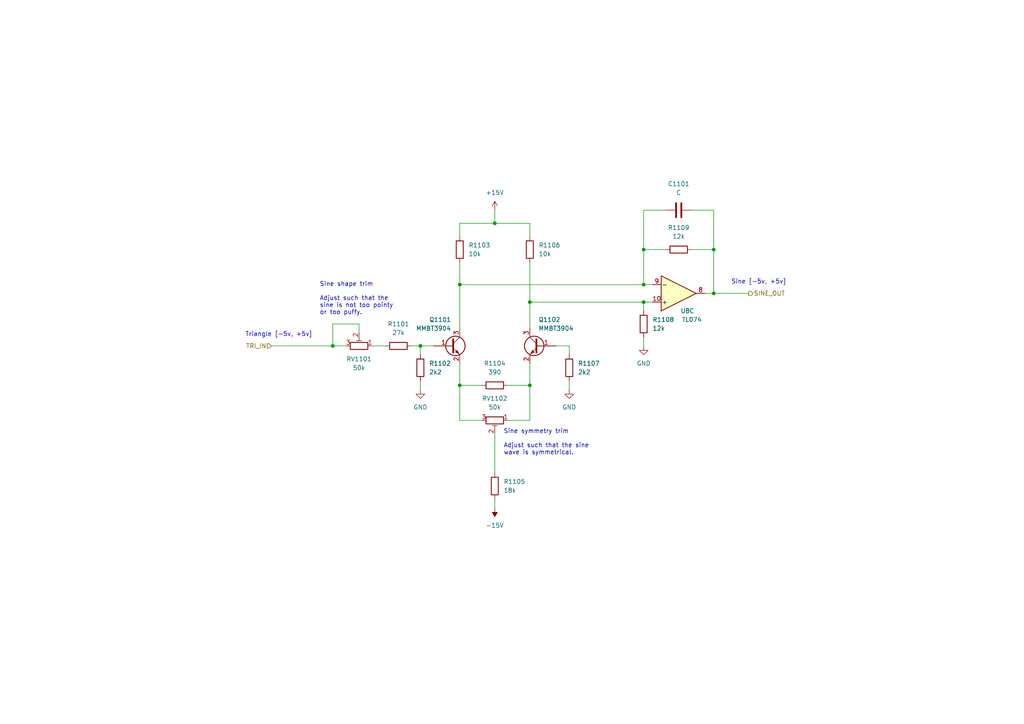
<source format=kicad_sch>
(kicad_sch (version 20211123) (generator eeschema)
  (paper "A4")
  (title_block (title "Josh Ox Ribon Synth Main VCO board") (date "2022-06-18") (rev "0") (comment 2 "creativecommons.org/licences/by/4.0") (comment 3 "license: CC by 4.0") (comment 4 "Author: Jordan Acete"))
  (lib_symbols
    (symbol "Amplifier_Operational:TL074" (pin_names (offset 0.127))
      (property "Reference" "U" (at 0 5.08 0))
      (property "Value" "TL074" (at 0 -5.08 0))
      (symbol "TL074_1_1"
        (polyline (pts (xy -5.08 5.08) (xy 5.08 0) (xy -5.08 -5.08) (xy -5.08 5.08)) (stroke (width 0.254)) (fill (type background)))
        (pin output line (at 7.62 0 180) (length 2.54) (name "~") (number "1"))
        (pin input line (at -7.62 -2.54 0) (length 2.54) (name "-") (number "2"))
        (pin input line (at -7.62 2.54 0) (length 2.54) (name "+") (number "3"))
      )
      (symbol "TL074_2_1"
        (polyline (pts (xy -5.08 5.08) (xy 5.08 0) (xy -5.08 -5.08) (xy -5.08 5.08)) (stroke (width 0.254)) (fill (type background)))
        (pin input line (at -7.62 2.54 0) (length 2.54) (name "+") (number "5"))
        (pin input line (at -7.62 -2.54 0) (length 2.54) (name "-") (number "6"))
        (pin output line (at 7.62 0 180) (length 2.54) (name "~") (number "7"))
      )
      (symbol "TL074_3_1"
        (polyline (pts (xy -5.08 5.08) (xy 5.08 0) (xy -5.08 -5.08) (xy -5.08 5.08)) (stroke (width 0.254)) (fill (type background)))
        (pin input line (at -7.62 2.54 0) (length 2.54) (name "+") (number "10"))
        (pin output line (at 7.62 0 180) (length 2.54) (name "~") (number "8"))
        (pin input line (at -7.62 -2.54 0) (length 2.54) (name "-") (number "9"))
      )
      (symbol "TL074_4_1"
        (polyline (pts (xy -5.08 5.08) (xy 5.08 0) (xy -5.08 -5.08) (xy -5.08 5.08)) (stroke (width 0.254)) (fill (type background)))
        (pin input line (at -7.62 2.54 0) (length 2.54) (name "+") (number "12"))
        (pin input line (at -7.62 -2.54 0) (length 2.54) (name "-") (number "13"))
        (pin output line (at 7.62 0 180) (length 2.54) (name "~") (number "14"))
      )
      (symbol "TL074_5_1"
        (pin power_in line (at -2.54 -7.62 90) (length 3.81) (name "V-") (number "11"))
        (pin power_in line (at -2.54 7.62 270) (length 3.81) (name "V+") (number "4"))
      )
    )
    (symbol "Device:C" (pin_numbers hide) (pin_names (offset 0.254))
      (property "Reference" "C" (at 0.635 2.54 0))
      (property "Value" "C" (at 0.635 -2.54 0))
      (symbol "C_0_1"
        (polyline (pts (xy -2.032 -0.762) (xy 2.032 -0.762)) (stroke (width 0.508)))
        (polyline (pts (xy -2.032 0.762) (xy 2.032 0.762)) (stroke (width 0.508)))
      )
      (symbol "C_1_1"
        (pin passive line (at 0 3.81 270) (length 2.794) (name "~") (number "1"))
        (pin passive line (at 0 -3.81 90) (length 2.794) (name "~") (number "2"))
      )
    )
    (symbol "Device:R" (pin_numbers hide) (pin_names (offset 0))
      (property "Reference" "R" (at 2.032 0 90))
      (property "Value" "R" (at 0 0 90))
      (symbol "R_0_1"
        (rectangle (start -1.016 -2.54) (end 1.016 2.54) (stroke (width 0.254)))
      )
      (symbol "R_1_1"
        (pin passive line (at 0 3.81 270) (length 1.27) (name "~") (number "1"))
        (pin passive line (at 0 -3.81 90) (length 1.27) (name "~") (number "2"))
      )
    )
    (symbol "Device:R_Potentiometer_Trim" (pin_names (offset 1.016) hide)
      (property "Reference" "RV" (at -4.445 0 90))
      (property "Value" "R_Potentiometer_Trim" (at -2.54 0 90))
      (symbol "R_Potentiometer_Trim_0_1"
        (polyline (pts (xy 1.524 0.762) (xy 1.524 -0.762)))
        (polyline (pts (xy 2.54 0) (xy 1.524 0)))
        (rectangle (start 1.016 2.54) (end -1.016 -2.54) (stroke (width 0.254)))
      )
      (symbol "R_Potentiometer_Trim_1_1"
        (pin passive line (at 0 3.81 270) (length 1.27) (name "1") (number "1"))
        (pin passive line (at 3.81 0 180) (length 1.27) (name "2") (number "2"))
        (pin passive line (at 0 -3.81 90) (length 1.27) (name "3") (number "3"))
      )
    )
    (symbol "Transistor_BJT:MMBT3904" (pin_names (offset 0) hide)
      (property "Reference" "Q" (at 5.08 1.905 0))
      (property "Value" "MMBT3904" (at 5.08 0 0))
      (symbol "MMBT3904_0_1"
        (polyline (pts (xy 0.635 0.635) (xy 2.54 2.54)))
        (polyline (pts (xy 0.635 -0.635) (xy 2.54 -2.54) (xy 2.54 -2.54)))
        (polyline (pts (xy 0.635 1.905) (xy 0.635 -1.905) (xy 0.635 -1.905)) (stroke (width 0.508)))
        (polyline (pts (xy 1.27 -1.778) (xy 1.778 -1.27) (xy 2.286 -2.286) (xy 1.27 -1.778) (xy 1.27 -1.778)) (fill (type outline)))
        (circle (center 1.27 0) (radius 2.8194) (stroke (width 0.254)))
      )
      (symbol "MMBT3904_1_1"
        (pin input line (at -5.08 0 0) (length 5.715) (name "B") (number "1"))
        (pin passive line (at 2.54 -5.08 90) (length 2.54) (name "E") (number "2"))
        (pin passive line (at 2.54 5.08 270) (length 2.54) (name "C") (number "3"))
      )
    )
    (symbol "power:+15V" (power) (pin_names (offset 0))
      (property "Value" "+15V" (at 0 3.556 0))
      (symbol "+15V_0_1"
        (polyline (pts (xy -0.762 1.27) (xy 0 2.54)))
        (polyline (pts (xy 0 0) (xy 0 2.54)))
        (polyline (pts (xy 0 2.54) (xy 0.762 1.27)))
      )
      (symbol "+15V_1_1"
        (pin power_in line (at 0 0 90) (length 0) hide (name "+15V") (number "1"))
      )
    )
    (symbol "power:-15V" (power) (pin_names (offset 0))
      (property "Value" "-15V" (at 0 3.81 0))
      (symbol "-15V_0_0"
        (pin power_in line (at 0 0 90) (length 0) hide (name "-15V") (number "1"))
      )
      (symbol "-15V_0_1"
        (polyline (pts (xy 0 0) (xy 0 1.27) (xy 0.762 1.27) (xy 0 2.54) (xy -0.762 1.27) (xy 0 1.27)) (fill (type outline)))
      )
    )
    (symbol "power:GND" (power) (pin_names (offset 0))
      (property "Value" "GND" (at 0 -3.81 0))
      (symbol "GND_0_1"
        (polyline (pts (xy 0 0) (xy 0 -1.27) (xy 1.27 -1.27) (xy 0 -2.54) (xy -1.27 -1.27) (xy 0 -1.27)))
      )
      (symbol "GND_1_1"
        (pin power_in line (at 0 0 270) (length 0) hide (name "GND") (number "1"))
      )
    )
  )
  (junction (at 207.01 72.39))
  (junction (at 153.67 111.76))
  (junction (at 207.01 85.09))
  (junction (at 153.67 87.63))
  (junction (at 121.92 100.33))
  (junction (at 186.69 72.39))
  (junction (at 133.35 111.76))
  (junction (at 186.69 87.63))
  (junction (at 143.51 64.77))
  (junction (at 96.52 100.33))
  (junction (at 186.69 82.55))
  (junction (at 133.35 82.55))
  (wire (pts (xy 143.51 125.73) (xy 143.51 137.16)))
  (wire (pts (xy 207.01 72.39) (xy 200.66 72.39)))
  (wire (pts (xy 165.1 100.33) (xy 161.29 100.33)))
  (wire (pts (xy 133.35 82.55) (xy 133.35 95.25)))
  (wire (pts (xy 153.67 121.92) (xy 153.67 111.76)))
  (wire (pts (xy 104.14 93.98) (xy 104.14 96.52)))
  (wire (pts (xy 186.69 72.39) (xy 193.04 72.39)))
  (wire (pts (xy 139.7 121.92) (xy 133.35 121.92)))
  (wire (pts (xy 186.69 87.63) (xy 189.23 87.63)))
  (wire (pts (xy 143.51 64.77) (xy 133.35 64.77)))
  (wire (pts (xy 200.66 60.96) (xy 207.01 60.96)))
  (wire (pts (xy 186.69 82.55) (xy 186.69 72.39)))
  (wire (pts (xy 186.69 60.96) (xy 186.69 72.39)))
  (wire (pts (xy 153.67 68.58) (xy 153.67 64.77)))
  (wire (pts (xy 207.01 85.09) (xy 217.17 85.09)))
  (wire (pts (xy 186.69 90.17) (xy 186.69 87.63)))
  (wire (pts (xy 165.1 110.49) (xy 165.1 113.03)))
  (wire (pts (xy 121.92 110.49) (xy 121.92 113.03)))
  (wire (pts (xy 133.35 121.92) (xy 133.35 111.76)))
  (wire (pts (xy 133.35 111.76) (xy 139.7 111.76)))
  (wire (pts (xy 204.47 85.09) (xy 207.01 85.09)))
  (wire (pts (xy 153.67 87.63) (xy 153.67 95.25)))
  (wire (pts (xy 147.32 111.76) (xy 153.67 111.76)))
  (wire (pts (xy 133.35 64.77) (xy 133.35 68.58)))
  (wire (pts (xy 119.38 100.33) (xy 121.92 100.33)))
  (wire (pts (xy 165.1 102.87) (xy 165.1 100.33)))
  (wire (pts (xy 186.69 97.79) (xy 186.69 100.33)))
  (wire (pts (xy 100.33 100.33) (xy 96.52 100.33)))
  (wire (pts (xy 78.74 100.33) (xy 96.52 100.33)))
  (wire (pts (xy 147.32 121.92) (xy 153.67 121.92)))
  (wire (pts (xy 189.23 82.55) (xy 186.69 82.55)))
  (wire (pts (xy 153.67 87.63) (xy 186.69 87.63)))
  (wire (pts (xy 193.04 60.96) (xy 186.69 60.96)))
  (wire (pts (xy 207.01 85.09) (xy 207.01 72.39)))
  (wire (pts (xy 133.35 111.76) (xy 133.35 105.41)))
  (wire (pts (xy 121.92 102.87) (xy 121.92 100.33)))
  (wire (pts (xy 153.67 64.77) (xy 143.51 64.77)))
  (wire (pts (xy 153.67 76.2) (xy 153.67 87.63)))
  (wire (pts (xy 96.52 93.98) (xy 104.14 93.98)))
  (wire (pts (xy 207.01 60.96) (xy 207.01 72.39)))
  (wire (pts (xy 143.51 144.78) (xy 143.51 147.32)))
  (wire (pts (xy 133.35 82.55) (xy 186.69 82.55)))
  (wire (pts (xy 133.35 76.2) (xy 133.35 82.55)))
  (wire (pts (xy 121.92 100.33) (xy 125.73 100.33)))
  (wire (pts (xy 153.67 111.76) (xy 153.67 105.41)))
  (wire (pts (xy 143.51 60.96) (xy 143.51 64.77)))
  (wire (pts (xy 107.95 100.33) (xy 111.76 100.33)))
  (wire (pts (xy 96.52 100.33) (xy 96.52 93.98)))
  (text "Sine shape trim\n\nAdjust such that the\nsine is not too pointy\nor too puffy." (at 92.71 91.44 0) (effects (font (size 1.27 1.27)) (justify left bottom)))
  (text "Sine symmetry trim\n\nAdjust such that the sine\nwave is symmetrical." (at 146.05 132.08 0) (effects (font (size 1.27 1.27)) (justify left bottom)))
  (text "Triangle [-5v, +5v]" (at 71.12 97.79 0) (effects (font (size 1.27 1.27)) (justify left bottom)))
  (text "Sine [-5v, +5v]" (at 212.09 82.55 0) (effects (font (size 1.27 1.27)) (justify left bottom)))
  (hierarchical_label "TRI_IN" (shape input) (at 78.74 100.33 180))
  (hierarchical_label "SINE_OUT" (shape output) (at 217.17 85.09 0))
  (symbol (lib_id "power:GND") (at 121.92 113.03 0) (unit 1)
    (property "Reference" "#PWR01101" (effects hide))
    (property "Value" "GND" (at 121.92 118.11 0))
  )
  (symbol (lib_id "Device:R") (at 133.35 72.39 0) (unit 1)
    (property "Reference" "R1103" (at 135.89 71.1199 0) (effects (justify left)))
    (property "Value" "10k" (at 135.89 73.6599 0) (effects (justify left)))
  )
  (symbol (lib_id "Device:R") (at 143.51 140.97 0) (unit 1)
    (property "Reference" "R1105" (at 146.05 139.6999 0) (effects (justify left)))
    (property "Value" "18k" (at 146.05 142.2399 0) (effects (justify left)))
  )
  (symbol (lib_id "Device:R_Potentiometer_Trim") (at 104.14 100.33 270) (mirror x) (unit 1)
    (property "Reference" "RV1101" (at 104.14 104.14 90))
    (property "Value" "50k" (at 104.14 106.68 90))
  )
  (symbol (lib_id "Device:R") (at 153.67 72.39 0) (unit 1)
    (property "Reference" "R1106" (at 156.21 71.1199 0) (effects (justify left)))
    (property "Value" "10k" (at 156.21 73.6599 0) (effects (justify left)))
  )
  (symbol (lib_id "Device:R") (at 165.1 106.68 0) (unit 1)
    (property "Reference" "R1107" (at 167.64 105.4099 0) (effects (justify left)))
    (property "Value" "2k2" (at 167.64 107.9499 0) (effects (justify left)))
  )
  (symbol (lib_id "Device:R") (at 115.57 100.33 90) (unit 1)
    (property "Reference" "R1101" (at 115.57 93.98 90))
    (property "Value" "27k" (at 115.57 96.52 90))
  )
  (symbol (lib_id "Device:R") (at 186.69 93.98 180) (unit 1)
    (property "Reference" "R1108" (at 189.23 92.7099 0) (effects (justify right)))
    (property "Value" "12k" (at 189.23 95.2499 0) (effects (justify right)))
  )
  (symbol (lib_id "Transistor_BJT:MMBT3904") (at 156.21 100.33 0) (mirror y) (unit 1)
    (property "Reference" "Q1102" (at 162.56 92.71 0) (effects (justify left)))
    (property "Value" "MMBT3904" (at 166.37 95.25 0) (effects (justify left)))
    (property "Footprint" "Package_TO_SOT_SMD:SOT-23" (effects hide))
    (property "Datasheet" "https://www.onsemi.com/pub/Collateral/2N3903-D.PDF" (effects hide))
  )
  (symbol (lib_id "Device:R") (at 121.92 106.68 0) (unit 1)
    (property "Reference" "R1102" (at 124.46 105.4099 0) (effects (justify left)))
    (property "Value" "2k2" (at 124.46 107.9499 0) (effects (justify left)))
  )
  (symbol (lib_id "Device:R") (at 143.51 111.76 90) (unit 1)
    (property "Reference" "R1104" (at 143.51 105.41 90))
    (property "Value" "390" (at 143.51 107.95 90))
  )
  (symbol (lib_id "Device:R") (at 196.85 72.39 90) (unit 1)
    (property "Reference" "R1109" (at 196.85 66.04 90))
    (property "Value" "12k" (at 196.85 68.58 90))
  )
  (symbol (lib_id "power:GND") (at 186.69 100.33 0) (unit 1)
    (property "Reference" "#PWR01105" (effects hide))
    (property "Value" "GND" (at 186.69 105.41 0))
  )
  (symbol (lib_id "power:-15V") (at 143.51 147.32 180) (unit 1)
    (property "Reference" "#PWR0111" (effects hide))
    (property "Value" "-15V" (at 143.51 152.4 0))
  )
  (symbol (lib_id "Device:C") (at 196.85 60.96 90) (unit 1)
    (property "Reference" "C1101" (at 196.85 53.34 90))
    (property "Value" "C" (at 196.85 55.88 90))
  )
  (symbol (lib_id "Device:R_Potentiometer_Trim") (at 143.51 121.92 270) (unit 1)
    (property "Reference" "RV1102" (at 143.51 115.57 90))
    (property "Value" "50k" (at 143.51 118.11 90))
  )
  (symbol (lib_id "Transistor_BJT:MMBT3904") (at 130.81 100.33 0) (unit 1)
    (property "Reference" "Q1101" (at 124.46 92.71 0) (effects (justify left)))
    (property "Value" "MMBT3904" (at 120.65 95.25 0) (effects (justify left)))
    (property "Footprint" "Package_TO_SOT_SMD:SOT-23" (effects hide))
    (property "Datasheet" "https://www.onsemi.com/pub/Collateral/2N3903-D.PDF" (effects hide))
  )
  (symbol (lib_id "power:+15V") (at 143.51 60.96 0) (unit 1)
    (property "Reference" "#PWR0112" (effects hide))
    (property "Value" "+15V" (at 143.51 55.88 0))
  )
  (symbol (lib_id "Amplifier_Operational:TL074") (at 196.85 85.09 0) (mirror x) (unit 3)
    (property "Reference" "U8" (at 199.39 90.17 0))
    (property "Value" "TL074" (at 200.66 92.71 0))
    (property "Datasheet" "http://www.ti.com/lit/ds/symlink/tl071.pdf" (effects hide))
  )
  (symbol (lib_id "power:GND") (at 165.1 113.03 0) (mirror y) (unit 1)
    (property "Reference" "#PWR01104" (effects hide))
    (property "Value" "GND" (at 165.1 118.11 0))
  )
)
</source>
